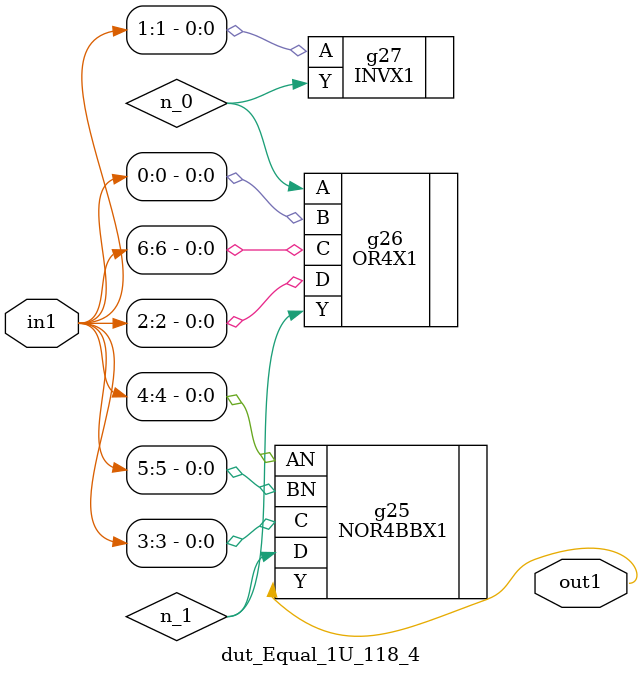
<source format=v>
`timescale 1ps / 1ps


module dut_Equal_1U_118_4(in1, out1);
  input [6:0] in1;
  output out1;
  wire [6:0] in1;
  wire out1;
  wire n_0, n_1;
  NOR4BBX1 g25(.AN (in1[4]), .BN (in1[5]), .C (in1[3]), .D (n_1), .Y
       (out1));
  OR4X1 g26(.A (n_0), .B (in1[0]), .C (in1[6]), .D (in1[2]), .Y (n_1));
  INVX1 g27(.A (in1[1]), .Y (n_0));
endmodule



</source>
